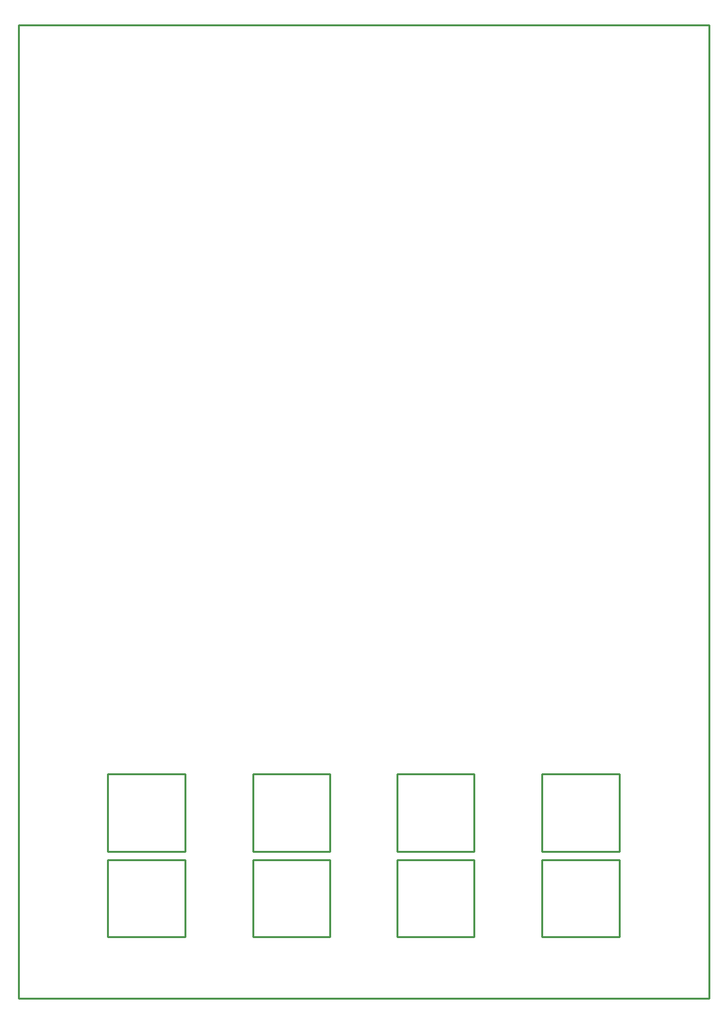
<source format=gko>
G04 Layer: BoardOutlineLayer*
G04 EasyEDA v6.5.29, 2023-07-18 10:35:04*
G04 3d4cdd4c9cf84954a9378beb5d92b1fd,5a6b42c53f6a479593ecc07194224c93,10*
G04 Gerber Generator version 0.2*
G04 Scale: 100 percent, Rotated: No, Reflected: No *
G04 Dimensions in millimeters *
G04 leading zeros omitted , absolute positions ,4 integer and 5 decimal *
%FSLAX45Y45*%
%MOMM*%

%ADD10C,0.2540*%
D10*
X0Y12852400D02*
G01*
X9131300Y12852400D01*
X9131300Y0D01*
X0Y0D01*
X0Y12852400D01*
X2203500Y812800D02*
G01*
X2203500Y1832800D01*
X2203500Y1832800D02*
G01*
X1183500Y1832800D01*
X1183500Y1832800D02*
G01*
X1183500Y812800D01*
X1183500Y812800D02*
G01*
X2203500Y812800D01*
X2203500Y1943100D02*
G01*
X2203500Y2963100D01*
X2203500Y2963100D02*
G01*
X1183500Y2963100D01*
X1183500Y2963100D02*
G01*
X1183500Y1943100D01*
X1183500Y1943100D02*
G01*
X2203500Y1943100D01*
X4121200Y1943100D02*
G01*
X4121200Y2963100D01*
X4121200Y2963100D02*
G01*
X3101200Y2963100D01*
X3101200Y2963100D02*
G01*
X3101200Y1943100D01*
X3101200Y1943100D02*
G01*
X4121200Y1943100D01*
X4121200Y812800D02*
G01*
X4121200Y1832800D01*
X4121200Y1832800D02*
G01*
X3101200Y1832800D01*
X3101200Y1832800D02*
G01*
X3101200Y812800D01*
X3101200Y812800D02*
G01*
X4121200Y812800D01*
X6026200Y1943100D02*
G01*
X6026200Y2963100D01*
X6026200Y2963100D02*
G01*
X5006200Y2963100D01*
X5006200Y2963100D02*
G01*
X5006200Y1943100D01*
X5006200Y1943100D02*
G01*
X6026200Y1943100D01*
X6026200Y812800D02*
G01*
X6026200Y1832800D01*
X6026200Y1832800D02*
G01*
X5006200Y1832800D01*
X5006200Y1832800D02*
G01*
X5006200Y812800D01*
X5006200Y812800D02*
G01*
X6026200Y812800D01*
X7943900Y1943100D02*
G01*
X7943900Y2963100D01*
X7943900Y2963100D02*
G01*
X6923900Y2963100D01*
X6923900Y2963100D02*
G01*
X6923900Y1943100D01*
X6923900Y1943100D02*
G01*
X7943900Y1943100D01*
X7943900Y812800D02*
G01*
X7943900Y1832800D01*
X7943900Y1832800D02*
G01*
X6923900Y1832800D01*
X6923900Y1832800D02*
G01*
X6923900Y812800D01*
X6923900Y812800D02*
G01*
X7943900Y812800D01*

%LPD*%
M02*

</source>
